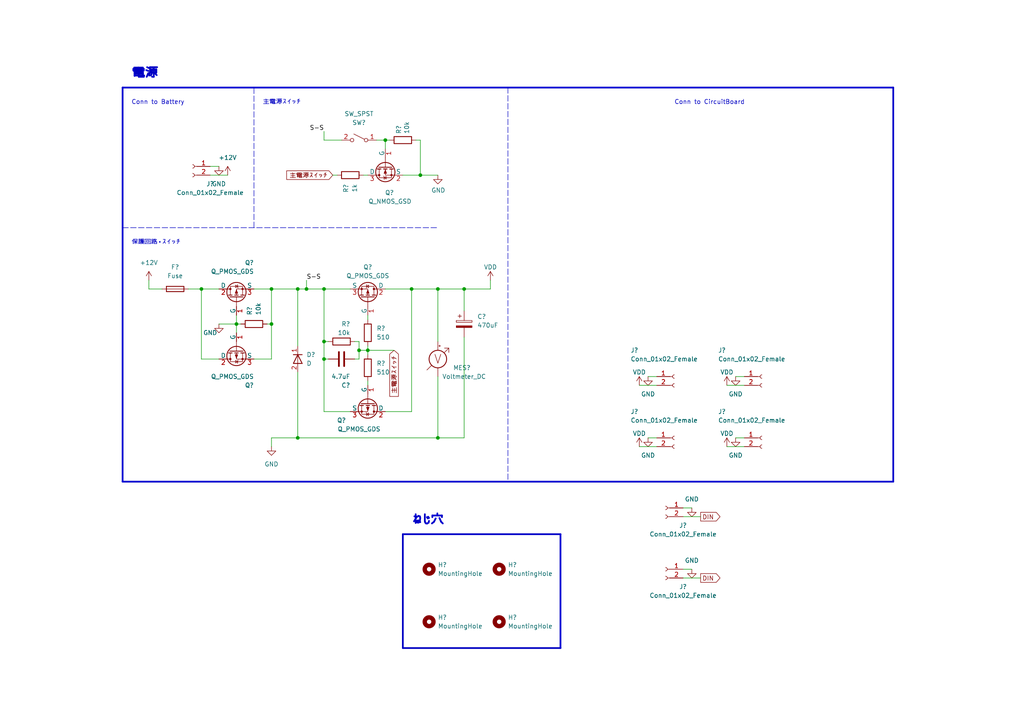
<source format=kicad_sch>
(kicad_sch (version 20211123) (generator eeschema)
  (paper "A4")
  (lib_symbols
    (symbol "Connector:Conn_01x02_Female" (pin_names (offset 1.016) hide)
      (property "Reference" "J" (at 0 2.54 0))
      (property "Value" "Conn_01x02_Female" (at 0 -5.08 0))
      (symbol "Conn_01x02_Female_1_1"
        (arc (start 0 -2.032) (mid -0.508 -2.54) (end 0 -3.048) (stroke (width 0.1524)))
        (polyline (pts (xy -1.27 -2.54) (xy -0.508 -2.54)) (stroke (width 0.1524)))
        (polyline (pts (xy -1.27 0) (xy -0.508 0)) (stroke (width 0.1524)))
        (arc (start 0 0.508) (mid -0.508 0) (end 0 -0.508) (stroke (width 0.1524)))
        (pin passive line (at -5.08 0 0) (length 3.81) (name "Pin_1") (number "1"))
        (pin passive line (at -5.08 -2.54 0) (length 3.81) (name "Pin_2") (number "2"))
      )
    )
    (symbol "DCDC_Regulator:OKL-T{slash}6-W12N-C" (pin_names (offset 1.016))
      (property "Reference" "MD" (at 2.54 -2.54 0))
      (property "Value" "OKL-T{slash}6-W12N-C" (at 0 0 0))
      (symbol "OKL-T{slash}6-W12N-C_0_0"
        (rectangle (start 2.54 -5.08) (end 22.86 -27.94) (stroke (width 0.254)) (fill (type background)))
        (pin bidirectional line (at 0 -12.7 0) (length 2.54) (name "ON/OFF") (number "1"))
        (pin open_collector line (at 25.4 -15.24 180) (length 2.54) (name "PGOOD") (number "10"))
        (pin passive line (at 0 -22.86 0) (length 2.54) (name "3_NC") (number "11"))
        (pin passive line (at 0 -25.4 0) (length 2.54) (name "4_NC") (number "12"))
        (pin bidirectional line (at 0 -7.62 0) (length 2.54) (name "VIN") (number "2"))
        (pin power_in line (at 25.4 -22.86 180) (length 2.54) (name "GND") (number "3"))
        (pin bidirectional line (at 25.4 -7.62 180) (length 2.54) (name "VOUT") (number "4"))
        (pin passive line (at 25.4 -10.16 180) (length 2.54) (name "SENSE") (number "5"))
        (pin passive line (at 25.4 -20.32 180) (length 2.54) (name "TRIM") (number "6"))
        (pin power_in line (at 25.4 -25.4 180) (length 2.54) (name "GND") (number "7"))
        (pin passive line (at 0 -17.78 0) (length 2.54) (name "1_NC") (number "8"))
        (pin passive line (at 0 -20.32 0) (length 2.54) (name "2_NC") (number "9"))
      )
    )
    (symbol "D_3" (pin_names (offset 1.016) hide)
      (property "Reference" "D" (at 0 2.54 0))
      (property "Value" "D_3" (at 0 -2.54 0))
      (symbol "D_3_0_1"
        (polyline (pts (xy -1.27 1.27) (xy -1.27 -1.27)) (stroke (width 0.254)))
        (polyline (pts (xy 1.27 0) (xy -1.27 0)))
        (polyline (pts (xy 1.27 1.27) (xy 1.27 -1.27) (xy -1.27 0) (xy 1.27 1.27)) (stroke (width 0.254)))
      )
      (symbol "D_3_1_1"
        (pin passive line (at -3.81 0 0) (length 2.54) (name "K") (number "1"))
        (pin passive line (at 3.81 0 180) (length 2.54) (name "A") (number "2"))
      )
    )
    (symbol "Device:C" (pin_numbers hide) (pin_names (offset 0.254))
      (property "Reference" "C" (at 0.635 2.54 0))
      (property "Value" "C" (at 0.635 -2.54 0))
      (symbol "C_0_1"
        (polyline (pts (xy -2.032 -0.762) (xy 2.032 -0.762)) (stroke (width 0.508)))
        (polyline (pts (xy -2.032 0.762) (xy 2.032 0.762)) (stroke (width 0.508)))
      )
      (symbol "C_1_1"
        (pin passive line (at 0 3.81 270) (length 2.794) (name "~") (number "1"))
        (pin passive line (at 0 -3.81 90) (length 2.794) (name "~") (number "2"))
      )
    )
    (symbol "Device:C_Polarized" (pin_numbers hide) (pin_names (offset 0.254))
      (property "Reference" "C" (at 0.635 2.54 0))
      (property "Value" "C_Polarized" (at 0.635 -2.54 0))
      (symbol "C_Polarized_0_1"
        (rectangle (start -2.286 0.508) (end 2.286 1.016))
        (polyline (pts (xy -1.778 2.286) (xy -0.762 2.286)))
        (polyline (pts (xy -1.27 2.794) (xy -1.27 1.778)))
        (rectangle (start 2.286 -0.508) (end -2.286 -1.016) (fill (type outline)))
      )
      (symbol "C_Polarized_1_1"
        (pin passive line (at 0 3.81 270) (length 2.794) (name "~") (number "1"))
        (pin passive line (at 0 -3.81 90) (length 2.794) (name "~") (number "2"))
      )
    )
    (symbol "Device:Fuse" (pin_numbers hide) (pin_names (offset 0))
      (property "Reference" "F" (at 2.032 0 90))
      (property "Value" "Fuse" (at -1.905 0 90))
      (symbol "Fuse_0_1"
        (rectangle (start -0.762 -2.54) (end 0.762 2.54) (stroke (width 0.254)))
        (polyline (pts (xy 0 2.54) (xy 0 -2.54)))
      )
      (symbol "Fuse_1_1"
        (pin passive line (at 0 3.81 270) (length 1.27) (name "~") (number "1"))
        (pin passive line (at 0 -3.81 90) (length 1.27) (name "~") (number "2"))
      )
    )
    (symbol "Device:Q_PMOS_GDS" (pin_names (offset 0))
      (property "Reference" "Q" (at 5.08 1.27 0))
      (property "Value" "Q_PMOS_GDS" (at 5.08 -1.27 0))
      (symbol "Q_PMOS_GDS_0_1"
        (polyline (pts (xy 0.254 0) (xy -2.54 0)))
        (polyline (pts (xy 0.254 1.905) (xy 0.254 -1.905)) (stroke (width 0.254)))
        (polyline (pts (xy 0.762 -1.27) (xy 0.762 -2.286)) (stroke (width 0.254)))
        (polyline (pts (xy 0.762 0.508) (xy 0.762 -0.508)) (stroke (width 0.254)))
        (polyline (pts (xy 0.762 2.286) (xy 0.762 1.27)) (stroke (width 0.254)))
        (polyline (pts (xy 2.54 2.54) (xy 2.54 1.778)))
        (polyline (pts (xy 2.54 -2.54) (xy 2.54 0) (xy 0.762 0)))
        (polyline (pts (xy 0.762 1.778) (xy 3.302 1.778) (xy 3.302 -1.778) (xy 0.762 -1.778)))
        (polyline (pts (xy 2.286 0) (xy 1.27 0.381) (xy 1.27 -0.381) (xy 2.286 0)) (fill (type outline)))
        (polyline (pts (xy 2.794 -0.508) (xy 2.921 -0.381) (xy 3.683 -0.381) (xy 3.81 -0.254)))
        (polyline (pts (xy 3.302 -0.381) (xy 2.921 0.254) (xy 3.683 0.254) (xy 3.302 -0.381)))
        (circle (center 1.651 0) (radius 2.794) (stroke (width 0.254)))
        (circle (center 2.54 -1.778) (radius 0.254) (fill (type outline)))
        (circle (center 2.54 1.778) (radius 0.254) (fill (type outline)))
      )
      (symbol "Q_PMOS_GDS_1_1"
        (pin input line (at -5.08 0 0) (length 2.54) (name "G") (number "1"))
        (pin passive line (at 2.54 5.08 270) (length 2.54) (name "D") (number "2"))
        (pin passive line (at 2.54 -5.08 90) (length 2.54) (name "S") (number "3"))
      )
    )
    (symbol "Device:R" (pin_numbers hide) (pin_names (offset 0))
      (property "Reference" "R" (at 2.032 0 90))
      (property "Value" "R" (at 0 0 90))
      (symbol "R_0_1"
        (rectangle (start -1.016 -2.54) (end 1.016 2.54) (stroke (width 0.254)))
      )
      (symbol "R_1_1"
        (pin passive line (at 0 3.81 270) (length 1.27) (name "~") (number "1"))
        (pin passive line (at 0 -3.81 90) (length 1.27) (name "~") (number "2"))
      )
    )
    (symbol "Device:Voltmeter_DC" (pin_numbers hide) (pin_names (offset 0.0254) hide)
      (property "Reference" "MES" (at -3.302 1.016 0))
      (property "Value" "Voltmeter_DC" (at -3.302 -0.762 0))
      (symbol "Voltmeter_DC_0_0"
        (polyline (pts (xy -3.175 -3.175) (xy -1.905 -1.905)))
        (polyline (pts (xy 1.905 1.905) (xy 3.175 3.175)))
        (polyline (pts (xy 1.905 3.175) (xy 3.175 3.175) (xy 3.175 1.905)))
        (text "V" (at 0 0 0) (effects (font (size 2.54 2.54))))
      )
      (symbol "Voltmeter_DC_0_1"
        (polyline (pts (xy 0.254 3.81) (xy 0.762 3.81)))
        (polyline (pts (xy 0.508 4.064) (xy 0.508 3.556)))
        (circle (center 0 0) (radius 2.54) (stroke (width 0.254)))
      )
      (symbol "Voltmeter_DC_1_1"
        (pin passive line (at 0 -5.08 90) (length 2.54) (name "-") (number "1"))
        (pin passive line (at 0 5.08 270) (length 2.54) (name "+") (number "2"))
      )
    )
    (symbol "LED:WS2812B" (pin_names (offset 0.254))
      (property "Reference" "D" (at 5.08 5.715 0))
      (property "Value" "WS2812B" (at 1.27 -5.715 0))
      (symbol "WS2812B_0_0"
        (text "RGB" (at 2.286 -4.191 0) (effects (font (size 0.762 0.762))))
      )
      (symbol "WS2812B_0_1"
        (polyline (pts (xy 1.27 -3.556) (xy 1.778 -3.556)))
        (polyline (pts (xy 1.27 -2.54) (xy 1.778 -2.54)))
        (polyline (pts (xy 4.699 -3.556) (xy 2.667 -3.556)))
        (polyline (pts (xy 2.286 -2.54) (xy 1.27 -3.556) (xy 1.27 -3.048)))
        (polyline (pts (xy 2.286 -1.524) (xy 1.27 -2.54) (xy 1.27 -2.032)))
        (polyline (pts (xy 3.683 -1.016) (xy 3.683 -3.556) (xy 3.683 -4.064)))
        (polyline (pts (xy 4.699 -1.524) (xy 2.667 -1.524) (xy 3.683 -3.556) (xy 4.699 -1.524)))
        (rectangle (start 5.08 5.08) (end -5.08 -5.08) (stroke (width 0.254)) (fill (type background)))
      )
      (symbol "WS2812B_1_1"
        (pin power_in line (at 0 7.62 270) (length 2.54) (name "VDD") (number "1"))
        (pin output line (at 7.62 0 180) (length 2.54) (name "DOUT") (number "2"))
        (pin power_in line (at 0 -7.62 90) (length 2.54) (name "VSS") (number "3"))
        (pin input line (at -7.62 0 0) (length 2.54) (name "DIN") (number "4"))
      )
    )
    (symbol "Mechanical:MountingHole" (pin_names (offset 1.016))
      (property "Reference" "H" (at 0 5.08 0))
      (property "Value" "MountingHole" (at 0 3.175 0))
      (symbol "MountingHole_0_1"
        (circle (center 0 0) (radius 1.27) (stroke (width 1.27)))
      )
    )
    (symbol "Mechanical:MountingHole_Pad" (pin_numbers hide) (pin_names (offset 1.016) hide)
      (property "Reference" "H" (at 0 6.35 0))
      (property "Value" "MountingHole_Pad" (at 0 4.445 0))
      (symbol "MountingHole_Pad_0_1"
        (circle (center 0 1.27) (radius 1.27) (stroke (width 1.27)))
      )
      (symbol "MountingHole_Pad_1_1"
        (pin input line (at 0 -2.54 90) (length 2.54) (name "1") (number "1"))
      )
    )
    (symbol "Q_NMOS_GSD_1" (pin_names (offset 0))
      (property "Reference" "Q" (at 5.08 1.27 0))
      (property "Value" "Q_NMOS_GSD_1" (at 5.08 -1.27 0))
      (symbol "Q_NMOS_GSD_1_0_1"
        (polyline (pts (xy 0.254 0) (xy -2.54 0)))
        (polyline (pts (xy 0.254 1.905) (xy 0.254 -1.905)) (stroke (width 0.254)))
        (polyline (pts (xy 0.762 -1.27) (xy 0.762 -2.286)) (stroke (width 0.254)))
        (polyline (pts (xy 0.762 0.508) (xy 0.762 -0.508)) (stroke (width 0.254)))
        (polyline (pts (xy 0.762 2.286) (xy 0.762 1.27)) (stroke (width 0.254)))
        (polyline (pts (xy 2.54 2.54) (xy 2.54 1.778)))
        (polyline (pts (xy 2.54 -2.54) (xy 2.54 0) (xy 0.762 0)))
        (polyline (pts (xy 0.762 -1.778) (xy 3.302 -1.778) (xy 3.302 1.778) (xy 0.762 1.778)))
        (polyline (pts (xy 1.016 0) (xy 2.032 0.381) (xy 2.032 -0.381) (xy 1.016 0)) (fill (type outline)))
        (polyline (pts (xy 2.794 0.508) (xy 2.921 0.381) (xy 3.683 0.381) (xy 3.81 0.254)))
        (polyline (pts (xy 3.302 0.381) (xy 2.921 -0.254) (xy 3.683 -0.254) (xy 3.302 0.381)))
        (circle (center 1.651 0) (radius 2.794) (stroke (width 0.254)))
        (circle (center 2.54 -1.778) (radius 0.254) (fill (type outline)))
        (circle (center 2.54 1.778) (radius 0.254) (fill (type outline)))
      )
      (symbol "Q_NMOS_GSD_1_1_1"
        (pin input line (at -5.08 0 0) (length 2.54) (name "G") (number "1"))
        (pin passive line (at 2.54 -5.08 90) (length 2.54) (name "S") (number "2"))
        (pin passive line (at 2.54 5.08 270) (length 2.54) (name "D") (number "3"))
      )
    )
    (symbol "Switch:SW_SPDT" (pin_names (offset 0) hide)
      (property "Reference" "SW" (at 0 4.318 0))
      (property "Value" "SW_SPDT" (at 0 -5.08 0))
      (symbol "SW_SPDT_0_0"
        (circle (center -2.032 0) (radius 0.508))
        (circle (center 2.032 -2.54) (radius 0.508))
      )
      (symbol "SW_SPDT_0_1"
        (polyline (pts (xy -1.524 0.254) (xy 1.651 2.286)))
        (circle (center 2.032 2.54) (radius 0.508))
      )
      (symbol "SW_SPDT_1_1"
        (pin passive line (at 5.08 2.54 180) (length 2.54) (name "A") (number "1"))
        (pin passive line (at -5.08 0 0) (length 2.54) (name "B") (number "2"))
        (pin passive line (at 5.08 -2.54 180) (length 2.54) (name "C") (number "3"))
      )
    )
    (symbol "Switch:SW_SPST" (pin_names (offset 0) hide)
      (property "Reference" "SW" (at 0 3.175 0))
      (property "Value" "SW_SPST" (at 0 -2.54 0))
      (symbol "SW_SPST_0_0"
        (circle (center -2.032 0) (radius 0.508))
        (polyline (pts (xy -1.524 0.254) (xy 1.524 1.778)))
        (circle (center 2.032 0) (radius 0.508))
      )
      (symbol "SW_SPST_1_1"
        (pin passive line (at -5.08 0 0) (length 2.54) (name "A") (number "1"))
        (pin passive line (at 5.08 0 180) (length 2.54) (name "B") (number "2"))
      )
    )
    (symbol "power:+12V" (power) (pin_names (offset 0))
      (property "Value" "+12V" (at 0 3.556 0))
      (symbol "+12V_0_1"
        (polyline (pts (xy -0.762 1.27) (xy 0 2.54)))
        (polyline (pts (xy 0 0) (xy 0 2.54)))
        (polyline (pts (xy 0 2.54) (xy 0.762 1.27)))
      )
      (symbol "+12V_1_1"
        (pin power_in line (at 0 0 90) (length 0) hide (name "+12V") (number "1"))
      )
    )
    (symbol "power:+5V" (power) (pin_names (offset 0))
      (property "Value" "+5V" (at 0 3.556 0))
      (symbol "+5V_0_1"
        (polyline (pts (xy -0.762 1.27) (xy 0 2.54)))
        (polyline (pts (xy 0 0) (xy 0 2.54)))
        (polyline (pts (xy 0 2.54) (xy 0.762 1.27)))
      )
      (symbol "+5V_1_1"
        (pin power_in line (at 0 0 90) (length 0) hide (name "+5V") (number "1"))
      )
    )
    (symbol "power:GND" (power) (pin_names (offset 0))
      (property "Value" "GND" (at 0 -3.81 0))
      (symbol "GND_0_1"
        (polyline (pts (xy 0 0) (xy 0 -1.27) (xy 1.27 -1.27) (xy 0 -2.54) (xy -1.27 -1.27) (xy 0 -1.27)))
      )
      (symbol "GND_1_1"
        (pin power_in line (at 0 0 270) (length 0) hide (name "GND") (number "1"))
      )
    )
    (symbol "power:VDD" (power) (pin_names (offset 0))
      (property "Value" "VDD" (at 0 3.81 0))
      (symbol "VDD_0_1"
        (polyline (pts (xy -0.762 1.27) (xy 0 2.54)))
        (polyline (pts (xy 0 0) (xy 0 2.54)))
        (polyline (pts (xy 0 2.54) (xy 0.762 1.27)))
      )
      (symbol "VDD_1_1"
        (pin power_in line (at 0 0 90) (length 0) hide (name "VDD") (number "1"))
      )
    )
  )
  (junction (at 78.74 93.98))
  (junction (at 427.99 88.9))
  (junction (at 127 127))
  (junction (at 368.3 88.9))
  (junction (at 86.36 127))
  (junction (at 441.96 63.5))
  (junction (at 134.62 83.82))
  (junction (at 386.08 68.58))
  (junction (at 104.14 101.6))
  (junction (at 416.56 81.28))
  (junction (at 127 83.82))
  (junction (at 434.34 88.9))
  (junction (at 416.56 63.5))
  (junction (at 106.68 101.6))
  (junction (at 93.98 83.82))
  (junction (at 119.38 83.82))
  (junction (at 424.18 63.5))
  (junction (at 368.3 63.5))
  (junction (at 375.92 63.5))
  (junction (at 86.36 83.82))
  (junction (at 68.58 93.98))
  (junction (at 416.56 88.9))
  (junction (at 58.42 83.82))
  (junction (at 88.9 83.82))
  (junction (at 388.62 63.5))
  (junction (at 434.34 63.5))
  (junction (at 93.98 99.06))
  (junction (at 78.74 83.82))
  (junction (at 419.1 63.5))
  (junction (at 121.92 50.8))
  (junction (at 93.98 104.14))
  (junction (at 111.76 40.64))
  (junction (at 383.54 88.9))
  (no_connect (at 391.16 76.2))
  (no_connect (at 391.16 73.66))
  (no_connect (at 391.16 81.28))
  (no_connect (at 391.16 78.74))
  (no_connect (at 381 73.66))
  (wire (pts (xy 134.62 127) (xy 127 127)))
  (wire (pts (xy 86.36 107.95) (xy 86.36 127)))
  (wire (pts (xy 363.22 88.9) (xy 363.22 91.44)))
  (wire (pts (xy 416.56 81.28) (xy 416.56 88.9)))
  (wire (pts (xy 111.76 83.82) (xy 119.38 83.82)))
  (wire (pts (xy 474.98 114.3) (xy 477.52 114.3)))
  (wire (pts (xy 119.38 83.82) (xy 127 83.82)))
  (wire (pts (xy 111.76 40.64) (xy 113.03 40.64)))
  (wire (pts (xy 383.54 83.82) (xy 383.54 88.9)))
  (wire (pts (xy 434.34 80.01) (xy 434.34 88.9)))
  (wire (pts (xy 58.42 83.82) (xy 58.42 104.14)))
  (polyline (pts (xy 353.06 38.1) (xy 353.06 139.7)))
  (wire (pts (xy 375.92 63.5) (xy 388.62 63.5)))
  (wire (pts (xy 43.18 83.82) (xy 46.99 83.82)))
  (wire (pts (xy 416.56 63.5) (xy 419.1 63.5)))
  (wire (pts (xy 111.76 119.38) (xy 119.38 119.38)))
  (wire (pts (xy 411.48 121.92) (xy 414.02 121.92)))
  (wire (pts (xy 330.2 124.46) (xy 335.28 124.46)))
  (wire (pts (xy 198.12 165.1) (xy 200.66 165.1)))
  (wire (pts (xy 120.65 40.64) (xy 121.92 40.64)))
  (wire (pts (xy 393.7 121.92) (xy 396.24 121.92)))
  (wire (pts (xy 419.1 53.34) (xy 419.1 63.5)))
  (wire (pts (xy 441.96 63.5) (xy 447.04 63.5)))
  (wire (pts (xy 105.41 50.8) (xy 106.68 50.8)))
  (wire (pts (xy 104.14 101.6) (xy 106.68 101.6)))
  (wire (pts (xy 190.5 109.22) (xy 187.96 109.22)))
  (wire (pts (xy 43.18 81.28) (xy 43.18 83.82)))
  (wire (pts (xy 474.98 99.06) (xy 477.52 99.06)))
  (wire (pts (xy 78.74 83.82) (xy 86.36 83.82)))
  (wire (pts (xy 386.08 68.58) (xy 391.16 68.58)))
  (wire (pts (xy 215.9 111.76) (xy 210.82 111.76)))
  (wire (pts (xy 93.98 83.82) (xy 93.98 99.06)))
  (wire (pts (xy 474.98 86.36) (xy 477.52 86.36)))
  (wire (pts (xy 434.34 88.9) (xy 441.96 88.9)))
  (wire (pts (xy 86.36 127) (xy 127 127)))
  (wire (pts (xy 88.9 83.82) (xy 93.98 83.82)))
  (polyline (pts (xy 35.56 139.7) (xy 259.08 139.7)) (stroke (width 0.5) (type solid)))
  (wire (pts (xy 330.2 104.14) (xy 332.74 104.14)))
  (wire (pts (xy 134.62 97.79) (xy 134.62 127)))
  (wire (pts (xy 73.66 83.82) (xy 78.74 83.82)))
  (wire (pts (xy 104.14 104.14) (xy 102.87 104.14)))
  (wire (pts (xy 109.22 40.64) (xy 111.76 40.64)))
  (wire (pts (xy 88.9 81.28) (xy 88.9 83.82)))
  (wire (pts (xy 190.5 129.54) (xy 185.42 129.54)))
  (wire (pts (xy 368.3 63.5) (xy 375.92 63.5)))
  (wire (pts (xy 68.58 93.98) (xy 68.58 96.52)))
  (wire (pts (xy 106.68 110.49) (xy 106.68 111.76)))
  (wire (pts (xy 388.62 53.34) (xy 388.62 63.5)))
  (wire (pts (xy 416.56 88.9) (xy 427.99 88.9)))
  (polyline (pts (xy 116.84 154.94) (xy 116.84 187.96)) (stroke (width 0.5) (type solid)))
  (wire (pts (xy 434.34 63.5) (xy 441.96 63.5)))
  (wire (pts (xy 121.92 50.8) (xy 127 50.8)))
  (wire (pts (xy 363.22 63.5) (xy 368.3 63.5)))
  (wire (pts (xy 106.68 100.33) (xy 106.68 101.6)))
  (wire (pts (xy 419.1 63.5) (xy 424.18 63.5)))
  (wire (pts (xy 68.58 93.98) (xy 69.85 93.98)))
  (wire (pts (xy 93.98 104.14) (xy 95.25 104.14)))
  (wire (pts (xy 93.98 104.14) (xy 93.98 119.38)))
  (polyline (pts (xy 162.56 187.96) (xy 162.56 154.94)) (stroke (width 0.5) (type solid)))
  (wire (pts (xy 104.14 99.06) (xy 104.14 101.6)))
  (wire (pts (xy 384.81 68.58) (xy 386.08 68.58)))
  (wire (pts (xy 363.22 60.96) (xy 363.22 63.5)))
  (wire (pts (xy 330.2 55.88) (xy 335.28 55.88)))
  (wire (pts (xy 427.99 88.9) (xy 434.34 88.9)))
  (wire (pts (xy 427.99 86.36) (xy 427.99 88.9)))
  (wire (pts (xy 447.04 60.96) (xy 447.04 63.5)))
  (polyline (pts (xy 35.56 66.04) (xy 83.82 66.04)))
  (wire (pts (xy 330.2 73.66) (xy 335.28 73.66)))
  (wire (pts (xy 198.12 147.32) (xy 200.66 147.32)))
  (wire (pts (xy 104.14 101.6) (xy 104.14 104.14)))
  (wire (pts (xy 86.36 83.82) (xy 86.36 100.33)))
  (wire (pts (xy 368.3 80.01) (xy 368.3 88.9)))
  (wire (pts (xy 377.19 68.58) (xy 375.92 68.58)))
  (wire (pts (xy 416.56 76.2) (xy 420.37 76.2)))
  (polyline (pts (xy 353.06 101.6) (xy 454.66 101.6)))
  (wire (pts (xy 368.3 88.9) (xy 383.54 88.9)))
  (wire (pts (xy 416.56 63.5) (xy 416.56 66.04)))
  (polyline (pts (xy 73.66 66.04) (xy 73.66 25.4)))
  (wire (pts (xy 93.98 99.06) (xy 93.98 104.14)))
  (wire (pts (xy 106.68 91.44) (xy 106.68 92.71)))
  (polyline (pts (xy 505.46 139.7) (xy 505.46 38.1)) (stroke (width 0.5) (type solid)))
  (wire (pts (xy 375.92 68.58) (xy 375.92 63.5)))
  (wire (pts (xy 474.98 73.66) (xy 477.52 73.66)))
  (wire (pts (xy 78.74 127) (xy 86.36 127)))
  (wire (pts (xy 420.37 81.28) (xy 420.37 86.36)))
  (wire (pts (xy 78.74 93.98) (xy 78.74 104.14)))
  (wire (pts (xy 93.98 40.64) (xy 99.06 40.64)))
  (wire (pts (xy 63.5 93.98) (xy 68.58 93.98)))
  (wire (pts (xy 68.58 91.44) (xy 68.58 93.98)))
  (wire (pts (xy 215.9 109.22) (xy 213.36 109.22)))
  (wire (pts (xy 424.18 63.5) (xy 434.34 63.5)))
  (wire (pts (xy 441.96 63.5) (xy 441.96 72.39)))
  (wire (pts (xy 116.84 50.8) (xy 121.92 50.8)))
  (wire (pts (xy 403.86 111.76) (xy 403.86 114.3)))
  (wire (pts (xy 101.6 119.38) (xy 93.98 119.38)))
  (polyline (pts (xy 147.32 25.4) (xy 147.32 139.7)))
  (wire (pts (xy 96.52 50.8) (xy 97.79 50.8)))
  (wire (pts (xy 330.2 71.12) (xy 332.74 71.12)))
  (wire (pts (xy 215.9 127) (xy 213.36 127)))
  (wire (pts (xy 78.74 127) (xy 78.74 129.54)))
  (wire (pts (xy 434.34 72.39) (xy 434.34 63.5)))
  (wire (pts (xy 93.98 99.06) (xy 95.25 99.06)))
  (wire (pts (xy 102.87 99.06) (xy 104.14 99.06)))
  (wire (pts (xy 363.22 88.9) (xy 368.3 88.9)))
  (wire (pts (xy 54.61 83.82) (xy 58.42 83.82)))
  (wire (pts (xy 330.2 53.34) (xy 332.74 53.34)))
  (wire (pts (xy 78.74 104.14) (xy 73.66 104.14)))
  (wire (pts (xy 58.42 83.82) (xy 63.5 83.82)))
  (wire (pts (xy 134.62 83.82) (xy 134.62 90.17)))
  (wire (pts (xy 78.74 83.82) (xy 78.74 93.98)))
  (polyline (pts (xy 259.08 139.7) (xy 259.08 25.4)) (stroke (width 0.5) (type solid)))
  (polyline (pts (xy 309.88 88.9) (xy 353.06 88.9)))
  (wire (pts (xy 190.5 111.76) (xy 185.42 111.76)))
  (wire (pts (xy 77.47 93.98) (xy 78.74 93.98)))
  (wire (pts (xy 111.76 43.18) (xy 111.76 40.64)))
  (wire (pts (xy 400.05 53.34) (xy 388.62 53.34)))
  (wire (pts (xy 93.98 83.82) (xy 101.6 83.82)))
  (wire (pts (xy 58.42 104.14) (xy 63.5 104.14)))
  (polyline (pts (xy 309.88 38.1) (xy 505.46 38.1)) (stroke (width 0.5) (type solid)))
  (wire (pts (xy 60.96 50.8) (xy 66.04 50.8)))
  (wire (pts (xy 198.12 149.86) (xy 203.2 149.86)))
  (polyline (pts (xy 116.84 154.94) (xy 162.56 154.94)) (stroke (width 0.5) (type solid)))
  (wire (pts (xy 198.12 167.64) (xy 203.2 167.64)))
  (wire (pts (xy 419.1 53.34) (xy 407.67 53.34)))
  (wire (pts (xy 368.3 63.5) (xy 368.3 72.39)))
  (polyline (pts (xy 35.56 25.4) (xy 259.08 25.4)) (stroke (width 0.5) (type solid)))
  (wire (pts (xy 388.62 63.5) (xy 391.16 63.5)))
  (wire (pts (xy 386.08 68.58) (xy 386.08 73.66)))
  (wire (pts (xy 190.5 127) (xy 187.96 127)))
  (polyline (pts (xy 83.82 66.04) (xy 127 66.04)))
  (wire (pts (xy 60.96 48.26) (xy 63.5 48.26)))
  (wire (pts (xy 441.96 80.01) (xy 441.96 88.9)))
  (wire (pts (xy 106.68 101.6) (xy 114.3 101.6)))
  (wire (pts (xy 215.9 129.54) (xy 210.82 129.54)))
  (wire (pts (xy 93.98 38.1) (xy 93.98 40.64)))
  (wire (pts (xy 127 83.82) (xy 127 99.06)))
  (wire (pts (xy 121.92 50.8) (xy 121.92 40.64)))
  (polyline (pts (xy 454.66 38.1) (xy 454.66 139.7)))
  (wire (pts (xy 427.99 76.2) (xy 427.99 81.28)))
  (wire (pts (xy 127 83.82) (xy 134.62 83.82)))
  (wire (pts (xy 127 109.22) (xy 127 127)))
  (wire (pts (xy 86.36 83.82) (xy 88.9 83.82)))
  (wire (pts (xy 416.56 71.12) (xy 424.18 71.12)))
  (wire (pts (xy 330.2 121.92) (xy 332.74 121.92)))
  (polyline (pts (xy 116.84 187.96) (xy 162.56 187.96)) (stroke (width 0.5) (type solid)))
  (wire (pts (xy 330.2 106.68) (xy 335.28 106.68)))
  (wire (pts (xy 119.38 119.38) (xy 119.38 83.82)))
  (wire (pts (xy 383.54 88.9) (xy 416.56 88.9)))
  (polyline (pts (xy 309.88 38.1) (xy 309.88 139.7)) (stroke (width 0.5) (type solid)))
  (wire (pts (xy 142.24 81.28) (xy 142.24 83.82)))
  (wire (pts (xy 106.68 101.6) (xy 106.68 102.87)))
  (wire (pts (xy 416.56 78.74) (xy 416.56 81.28)))
  (polyline (pts (xy 35.56 25.4) (xy 35.56 139.7)) (stroke (width 0.5) (type solid)))
  (wire (pts (xy 403.86 129.54) (xy 403.86 132.08)))
  (polyline (pts (xy 309.88 139.7) (xy 505.46 139.7)) (stroke (width 0.5) (type solid)))
  (wire (pts (xy 134.62 83.82) (xy 142.24 83.82)))
  (text "Conn to CircuitBoard" (at 195.58 30.48 0) (effects (font (size 1.27 1.27)) (justify left bottom)))
  (text "Conn to Battery" (at 38.1 30.48 0) (effects (font (size 1.27 1.27)) (justify left bottom)))
  (text "Signal Conn" (at 312.42 93.98 0) (effects (font (size 1.27 1.27)) (justify left bottom)))
  (text "Conn to Display" (at 457.2 43.18 0) (effects (font (size 1.27 1.27)) (justify left bottom)))
  (text "保護回路・スイッチ" (at 38.1 71.12 0) (effects (font (size 1.27 1.27)) (justify left bottom)))
  (text "Board LED" (at 355.6 106.68 0) (effects (font (size 1.27 1.27)) (justify left bottom)))
  (text "主電源スイッチ" (at 76.2 30.48 0) (effects (font (size 1.27 1.27)) (justify left bottom)))
  (text "電源" (at 38.1 22.86 0) (effects (font (size 2.54 2.54) bold) (justify left bottom)))
  (text "ねじ穴" (at 119.38 152.4 0) (effects (font (size 2.54 2.54) (thickness 0.508) bold) (justify left bottom)))
  (text "5V生成" (at 355.6 43.18 0) (effects (font (size 1.27 1.27)) (justify left bottom)))
  (text "Power Conn" (at 312.42 43.18 0) (effects (font (size 1.27 1.27)) (justify left bottom)))
  (label "S-S" (at 88.9 81.28 0))
  (label "S-S" (at 93.98 38.1 180))
  (global_label "DOUT" (shape input) (at 335.28 124.46 0) (property "Intersheet References" "${INTERSHEET_REFS}" (effects hide)))
  (global_label "DIN" (shape output) (at 335.28 106.68 0) (property "Intersheet References" "${INTERSHEET_REFS}" (effects hide)))
  (global_label "LED_Board" (shape output) (at 474.98 73.66 180) (property "Intersheet References" "${INTERSHEET_REFS}" (effects hide)))
  (global_label "DOUT" (shape output) (at 393.7 121.92 180) (property "Intersheet References" "${INTERSHEET_REFS}" (effects hide)))
  (global_label "DIN" (shape output) (at 203.2 149.86 0) (property "Intersheet References" "${INTERSHEET_REFS}" (effects hide)))
  (global_label "DIN" (shape output) (at 203.2 167.64 0) (property "Intersheet References" "${INTERSHEET_REFS}" (effects hide)))
  (global_label "DIN" (shape input) (at 474.98 114.3 180) (property "Intersheet References" "${INTERSHEET_REFS}" (effects hide)))
  (global_label "主電源スイッチ" (shape input) (at 96.52 50.8 180) (property "Intersheet References" "${INTERSHEET_REFS}" (effects hide)))
  (global_label "LED_Board" (shape input) (at 414.02 121.92 0) (property "Intersheet References" "${INTERSHEET_REFS}" (effects hide)))
  (global_label "主電源スイッチ" (shape input) (at 114.3 101.6 270) (property "Intersheet References" "${INTERSHEET_REFS}" (effects hide)))
  (symbol (lib_id "Mechanical:MountingHole") (at 124.46 165.1 0) (unit 1)
    (property "Reference" "H?" (at 127 163.8299 0) (effects (justify left)))
    (property "Value" "MountingHole" (at 127 166.3699 0) (effects (justify left)))
    (property "Footprint" "MountingHole:MountingHole_3.2mm_M3" (effects hide))
  )
  (symbol (lib_id "Device:R") (at 424.18 76.2 90) (unit 1)
    (property "Reference" "R?" (at 424.18 76.2 90))
    (property "Value" "1k" (at 430.53 76.2 90))
    (property "Footprint" "Resistor_SMD:R_0603_1608Metric_Pad0.98x0.95mm_HandSolder" (effects hide))
  )
  (symbol (lib_id "power:VDD") (at 210.82 111.76 0) (mirror y) (unit 1)
    (property "Reference" "#PWR?" (effects hide))
    (property "Value" "VDD" (at 210.82 107.95 0))
  )
  (symbol (lib_id "Connector:Conn_01x02_Female") (at 195.58 109.22 0) (unit 1)
    (property "Reference" "J?" (at 182.88 101.6 0) (effects (justify left)))
    (property "Value" "Conn_01x02_Female" (at 182.88 104.14 0) (effects (justify left)))
    (property "Footprint" "Connector_AMASS:AMASS_XT30PW-M_1x02_P2.50mm_Horizontal" (effects hide))
  )
  (symbol (lib_id "Connector:Conn_01x02_Female") (at 220.98 127 0) (unit 1)
    (property "Reference" "J?" (at 208.28 119.38 0) (effects (justify left)))
    (property "Value" "Conn_01x02_Female" (at 208.28 121.92 0) (effects (justify left)))
    (property "Footprint" "Connector_AMASS:AMASS_XT30PW-M_1x02_P2.50mm_Horizontal" (effects hide))
  )
  (symbol (lib_id "Device:R") (at 101.6 50.8 270) (mirror x) (unit 1)
    (property "Reference" "R?" (at 100.3299 53.34 0) (effects (justify right)))
    (property "Value" "1k" (at 102.8699 53.34 0) (effects (justify right)))
    (property "Footprint" "Resistor_SMD:R_0603_1608Metric_Pad0.98x0.95mm_HandSolder" (effects hide))
  )
  (symbol (lib_name "Q_NMOS_GSD_1") (lib_id "Device:Q_NMOS_GSD") (at 111.76 48.26 90) (mirror x) (unit 1)
    (property "Reference" "Q?" (at 114.3 55.88 90) (effects (justify left)))
    (property "Value" "Q_NMOS_GSD" (at 119.38 58.42 90) (effects (justify left)))
    (property "Footprint" "Package_TO_SOT_SMD:SOT-23_Handsoldering" (effects hide))
  )
  (symbol (lib_id "Device:R") (at 424.18 67.31 180) (unit 1)
    (property "Reference" "R?" (at 426.72 66.0399 0) (effects (justify right)))
    (property "Value" "100k" (at 426.72 68.5799 0) (effects (justify right)))
    (property "Footprint" "Resistor_SMD:R_0603_1608Metric_Pad0.98x0.95mm_HandSolder" (effects hide))
  )
  (symbol (lib_id "power:+5V") (at 403.86 111.76 0) (unit 1)
    (property "Reference" "#PWR?" (effects hide))
    (property "Value" "+5V" (at 401.32 109.22 0))
  )
  (symbol (lib_id "power:GND") (at 78.74 129.54 0) (unit 1)
    (property "Reference" "#PWR?" (effects hide))
    (property "Value" "GND" (at 78.74 134.62 0))
  )
  (symbol (lib_id "Device:R") (at 441.96 76.2 180) (unit 1)
    (property "Reference" "R?" (at 444.5 74.9299 0) (effects (justify right)))
    (property "Value" "1.2k" (at 444.5 77.4699 0) (effects (justify right)))
    (property "Footprint" "Resistor_SMD:R_0603_1608Metric_Pad0.98x0.95mm_HandSolder" (effects hide))
  )
  (symbol (lib_id "Connector:Conn_01x02_Female") (at 195.58 127 0) (unit 1)
    (property "Reference" "J?" (at 182.88 119.38 0) (effects (justify left)))
    (property "Value" "Conn_01x02_Female" (at 182.88 121.92 0) (effects (justify left)))
    (property "Footprint" "Connector_AMASS:AMASS_XT30PW-M_1x02_P2.50mm_Horizontal" (effects hide))
  )
  (symbol (lib_id "Switch:SW_SPDT") (at 383.54 78.74 270) (mirror x) (unit 1)
    (property "Reference" "SW?" (at 373.38 78.74 90) (effects (justify left)))
    (property "Value" "SW_SPDT" (at 373.38 81.28 90) (effects (justify left)))
    (property "Footprint" "Slide_Switch:3P_SPDT_SlideSwitch" (effects hide))
  )
  (symbol (lib_id "power:GND") (at 187.96 127 0) (mirror y) (unit 1)
    (property "Reference" "#PWR?" (effects hide))
    (property "Value" "GND" (at 187.96 132.08 0))
  )
  (symbol (lib_id "power:GND") (at 332.74 53.34 0) (unit 1)
    (property "Reference" "#PWR?" (effects hide))
    (property "Value" "GND" (at 332.74 50.8 0))
  )
  (symbol (lib_id "Device:R") (at 99.06 99.06 90) (unit 1)
    (property "Reference" "R?" (at 101.6 93.98 90) (effects (justify left)))
    (property "Value" "10k" (at 101.6 96.52 90) (effects (justify left)))
    (property "Footprint" "Resistor_SMD:R_0603_1608Metric_Pad0.98x0.95mm_HandSolder" (effects hide))
  )
  (symbol (lib_id "power:GND") (at 213.36 127 0) (mirror y) (unit 1)
    (property "Reference" "#PWR?" (effects hide))
    (property "Value" "GND" (at 213.36 132.08 0))
  )
  (symbol (lib_id "Device:R") (at 381 68.58 90) (unit 1)
    (property "Reference" "R?" (at 381 62.23 90))
    (property "Value" "10k" (at 381 64.77 90))
    (property "Footprint" "Resistor_SMD:R_0603_1608Metric_Pad0.98x0.95mm_HandSolder" (effects hide))
  )
  (symbol (lib_id "power:+5V") (at 447.04 60.96 0) (unit 1)
    (property "Reference" "#PWR?" (effects hide))
    (property "Value" "+5V" (at 447.04 55.88 0))
  )
  (symbol (lib_id "Device:C_Polarized") (at 134.62 93.98 0) (unit 1)
    (property "Reference" "C?" (at 138.43 91.8209 0) (effects (justify left)))
    (property "Value" "470uF" (at 138.43 94.3609 0) (effects (justify left)))
    (property "Footprint" "Capacitor_SMD:C_Elec_8x10.2" (effects hide))
  )
  (symbol (lib_id "Switch:SW_SPST") (at 104.14 40.64 0) (mirror y) (unit 1)
    (property "Reference" "SW?" (at 104.14 35.56 0))
    (property "Value" "SW_SPST" (at 104.14 33.02 0))
    (property "Footprint" "Rocker_Switch:DS-850K-S-ON" (effects hide))
  )
  (symbol (lib_id "Device:R") (at 116.84 40.64 90) (unit 1)
    (property "Reference" "R?" (at 115.6716 38.862 0) (effects (justify left)))
    (property "Value" "10k" (at 117.983 38.862 0) (effects (justify left)))
    (property "Footprint" "Resistor_SMD:R_0603_1608Metric_Pad0.98x0.95mm_HandSolder" (effects hide))
  )
  (symbol (lib_id "power:+12V") (at 363.22 60.96 0) (unit 1)
    (property "Reference" "#PWR?" (effects hide))
    (property "Value" "+12V" (at 365.76 58.42 0))
  )
  (symbol (lib_id "power:GND") (at 332.74 121.92 0) (unit 1)
    (property "Reference" "#PWR?" (effects hide))
    (property "Value" "GND" (at 332.74 119.38 0))
  )
  (symbol (lib_id "power:GND") (at 363.22 91.44 0) (unit 1)
    (property "Reference" "#PWR?" (effects hide))
    (property "Value" "GND" (at 363.22 96.52 0))
  )
  (symbol (lib_name "D_3") (lib_id "Device:D") (at 86.36 104.14 270) (unit 1)
    (property "Reference" "D?" (at 88.9 102.8699 90) (effects (justify left)))
    (property "Value" "D" (at 88.9 105.4099 90) (effects (justify left)))
    (property "Footprint" "Diode_SMD:D_SOD-123" (effects hide))
  )
  (symbol (lib_id "Mechanical:MountingHole_Pad") (at 480.06 86.36 270) (unit 1)
    (property "Reference" "H?" (at 483.87 85.0899 90) (effects (justify left)))
    (property "Value" "MountingHole_Pad" (at 483.87 87.6299 90) (effects (justify left)))
    (property "Footprint" "TestPoint:TestPoint_THTPad_D3.0mm_Drill1.5mm" (effects hide))
  )
  (symbol (lib_id "Device:Q_PMOS_GDS") (at 106.68 86.36 270) (mirror x) (unit 1)
    (property "Reference" "Q?" (at 106.68 77.47 90))
    (property "Value" "Q_PMOS_GDS" (at 106.68 80.01 90))
    (property "Footprint" "Package_TO_SOT_SMD:TO-252-3_TabPin2" (effects hide))
  )
  (symbol (lib_id "Mechanical:MountingHole") (at 144.78 180.34 0) (unit 1)
    (property "Reference" "H?" (at 147.32 179.0699 0) (effects (justify left)))
    (property "Value" "MountingHole" (at 147.32 181.6099 0) (effects (justify left)))
    (property "Footprint" "MountingHole:MountingHole_3.2mm_M3" (effects hide))
  )
  (symbol (lib_id "power:VDD") (at 142.24 81.28 0) (unit 1)
    (property "Reference" "#PWR?" (effects hide))
    (property "Value" "VDD" (at 142.24 77.47 0))
  )
  (symbol (lib_id "Connector:Conn_01x02_Female") (at 193.04 165.1 0) (mirror y) (unit 1)
    (property "Reference" "J?" (at 198.12 170.18 0))
    (property "Value" "Conn_01x02_Female" (at 198.12 172.72 0))
    (property "Footprint" "Connector_Molex:Molex_SPOX_5268-02A_1x02_P2.50mm_Horizontal" (effects hide))
  )
  (symbol (lib_id "power:GND") (at 403.86 132.08 0) (unit 1)
    (property "Reference" "#PWR?" (effects hide))
    (property "Value" "GND" (at 401.32 132.08 0))
  )
  (symbol (lib_id "Device:Q_PMOS_GDS") (at 68.58 101.6 90) (mirror x) (unit 1)
    (property "Reference" "Q?" (at 73.66 111.76 90) (effects (justify left)))
    (property "Value" "Q_PMOS_GDS" (at 73.66 109.22 90) (effects (justify left)))
    (property "Footprint" "Package_TO_SOT_SMD:TO-252-3_TabPin2" (effects hide))
  )
  (symbol (lib_id "Device:R") (at 424.18 86.36 90) (unit 1)
    (property "Reference" "R?" (at 424.18 86.36 90))
    (property "Value" "10" (at 430.53 86.36 90))
    (property "Footprint" "Resistor_SMD:R_0603_1608Metric_Pad0.98x0.95mm_HandSolder" (effects hide))
  )
  (symbol (lib_id "Device:Q_PMOS_GDS") (at 68.58 86.36 90) (unit 1)
    (property "Reference" "Q?" (at 73.66 76.2 90) (effects (justify left)))
    (property "Value" "Q_PMOS_GDS" (at 73.66 78.74 90) (effects (justify left)))
    (property "Footprint" "Package_TO_SOT_SMD:TO-252-3_TabPin2" (effects hide))
  )
  (symbol (lib_id "Device:C") (at 434.34 76.2 0) (unit 1)
    (property "Reference" "C?" (at 436.88 73.66 0) (effects (justify left)))
    (property "Value" "10uF" (at 436.88 76.2 0) (effects (justify left)))
    (property "Footprint" "Capacitor_SMD:C_0805_2012Metric_Pad1.18x1.45mm_HandSolder" (effects hide))
  )
  (symbol (lib_id "Device:Fuse") (at 50.8 83.82 90) (unit 1)
    (property "Reference" "F?" (at 50.8 77.47 90))
    (property "Value" "Fuse" (at 50.8 80.01 90))
    (property "Footprint" "Fuse:Fuseholder_Blade_Mini_Keystone_3568" (effects hide))
  )
  (symbol (lib_id "power:GND") (at 127 50.8 0) (unit 1)
    (property "Reference" "#PWR?" (effects hide))
    (property "Value" "GND" (at 127.127 55.1942 0))
  )
  (symbol (lib_id "Mechanical:MountingHole") (at 144.78 165.1 0) (unit 1)
    (property "Reference" "H?" (at 147.32 163.8299 0) (effects (justify left)))
    (property "Value" "MountingHole" (at 147.32 166.3699 0) (effects (justify left)))
    (property "Footprint" "MountingHole:MountingHole_3.2mm_M3" (effects hide))
  )
  (symbol (lib_id "power:GND") (at 332.74 71.12 0) (unit 1)
    (property "Reference" "#PWR?" (effects hide))
    (property "Value" "GND" (at 332.74 68.58 0))
  )
  (symbol (lib_id "power:GND") (at 474.98 99.06 0) (unit 1)
    (property "Reference" "#PWR?" (effects hide))
    (property "Value" "GND" (at 474.98 104.14 0))
  )
  (symbol (lib_id "power:GND") (at 213.36 109.22 0) (mirror y) (unit 1)
    (property "Reference" "#PWR?" (effects hide))
    (property "Value" "GND" (at 213.36 114.3 0))
  )
  (symbol (lib_id "LED:WS2812B") (at 403.86 121.92 0) (mirror y) (unit 1)
    (property "Reference" "D?" (at 414.02 114.3 0))
    (property "Value" "WS2812B" (at 414.02 116.84 0))
    (property "Footprint" "LED_SMD:LED_WS2812B_PLCC4_5.0x5.0mm_P3.2mm" (effects hide))
    (property "Datasheet" "https://cdn-shop.adafruit.com/datasheets/WS2812B.pdf" (effects hide))
  )
  (symbol (lib_id "Connector:Conn_01x02_Female") (at 325.12 121.92 0) (mirror y) (unit 1)
    (property "Reference" "J?" (at 330.2 127 0))
    (property "Value" "Conn_01x02_Female" (at 330.2 129.54 0))
    (property "Footprint" "Connector_Molex:Molex_SPOX_5268-02A_1x02_P2.50mm_Horizontal" (effects hide))
  )
  (symbol (lib_id "Connector:Conn_01x02_Female") (at 193.04 147.32 0) (mirror y) (unit 1)
    (property "Reference" "J?" (at 198.12 152.4 0))
    (property "Value" "Conn_01x02_Female" (at 198.12 154.94 0))
    (property "Footprint" "Connector_Molex:Molex_SPOX_5268-02A_1x02_P2.50mm_Horizontal" (effects hide))
  )
  (symbol (lib_id "Device:R") (at 424.18 81.28 90) (unit 1)
    (property "Reference" "R?" (at 424.18 81.28 90))
    (property "Value" "330" (at 430.53 81.28 90))
    (property "Footprint" "Resistor_SMD:R_0603_1608Metric_Pad0.98x0.95mm_HandSolder" (effects hide))
  )
  (symbol (lib_id "Mechanical:MountingHole_Pad") (at 480.06 73.66 270) (unit 1)
    (property "Reference" "H?" (at 483.87 72.3899 90) (effects (justify left)))
    (property "Value" "MountingHole_Pad" (at 483.87 74.9299 90) (effects (justify left)))
    (property "Footprint" "TestPoint:TestPoint_THTPad_D3.0mm_Drill1.5mm" (effects hide))
  )
  (symbol (lib_id "Mechanical:MountingHole") (at 124.46 180.34 0) (unit 1)
    (property "Reference" "H?" (at 127 179.0699 0) (effects (justify left)))
    (property "Value" "MountingHole" (at 127 181.6099 0) (effects (justify left)))
    (property "Footprint" "MountingHole:MountingHole_3.2mm_M3" (effects hide))
  )
  (symbol (lib_id "power:GND") (at 63.5 48.26 0) (unit 1)
    (property "Reference" "#PWR?" (effects hide))
    (property "Value" "GND" (at 63.5 53.34 0))
  )
  (symbol (lib_id "power:GND") (at 200.66 147.32 0) (unit 1)
    (property "Reference" "#PWR?" (effects hide))
    (property "Value" "GND" (at 200.66 144.78 0))
  )
  (symbol (lib_id "power:+12V") (at 43.18 81.28 0) (unit 1)
    (property "Reference" "#PWR?" (effects hide))
    (property "Value" "+12V" (at 43.18 76.2 0))
  )
  (symbol (lib_id "Connector:Conn_01x02_Female") (at 325.12 104.14 0) (mirror y) (unit 1)
    (property "Reference" "J?" (at 330.2 109.22 0))
    (property "Value" "Conn_01x02_Female" (at 330.2 111.76 0))
    (property "Footprint" "Connector_Molex:Molex_SPOX_5268-02A_1x02_P2.50mm_Horizontal" (effects hide))
  )
  (symbol (lib_id "power:+12V") (at 66.04 50.8 0) (unit 1)
    (property "Reference" "#PWR?" (effects hide))
    (property "Value" "+12V" (at 66.04 45.72 0))
  )
  (symbol (lib_id "Device:C") (at 99.06 104.14 90) (unit 1)
    (property "Reference" "C?" (at 101.6 111.76 90) (effects (justify left)))
    (property "Value" "4.7uF" (at 101.6 109.22 90) (effects (justify left)))
    (property "Footprint" "Capacitor_SMD:C_0805_2012Metric_Pad1.18x1.45mm_HandSolder" (effects hide))
  )
  (symbol (lib_id "Device:R") (at 106.68 106.68 0) (unit 1)
    (property "Reference" "R?" (at 109.22 105.4099 0) (effects (justify left)))
    (property "Value" "510" (at 109.22 107.9499 0) (effects (justify left)))
    (property "Footprint" "Resistor_SMD:R_0603_1608Metric_Pad0.98x0.95mm_HandSolder" (effects hide))
  )
  (symbol (lib_id "Device:Voltmeter_DC") (at 127 104.14 0) (unit 1)
    (property "Reference" "MES?" (at 133.985 106.68 0))
    (property "Value" "Voltmeter_DC" (at 134.62 109.22 0))
    (property "Footprint" "Voltmeter:SuperSmallVoltmeter_twoline" (effects hide))
  )
  (symbol (lib_id "power:VDD") (at 185.42 111.76 0) (mirror y) (unit 1)
    (property "Reference" "#PWR?" (effects hide))
    (property "Value" "VDD" (at 185.42 107.95 0))
  )
  (symbol (lib_id "Device:R") (at 106.68 96.52 0) (unit 1)
    (property "Reference" "R?" (at 109.22 95.2499 0) (effects (justify left)))
    (property "Value" "510" (at 109.22 97.7899 0) (effects (justify left)))
    (property "Footprint" "Resistor_SMD:R_0603_1608Metric_Pad0.98x0.95mm_HandSolder" (effects hide))
  )
  (symbol (lib_id "power:GND") (at 63.5 93.98 0) (unit 1)
    (property "Reference" "#PWR?" (effects hide))
    (property "Value" "GND" (at 60.96 96.52 0))
  )
  (symbol (lib_id "power:VDD") (at 185.42 129.54 0) (mirror y) (unit 1)
    (property "Reference" "#PWR?" (effects hide))
    (property "Value" "VDD" (at 185.42 125.73 0))
  )
  (symbol (lib_id "Connector:Conn_01x02_Female") (at 325.12 71.12 0) (mirror y) (unit 1)
    (property "Reference" "J?" (at 330.2 76.2 0))
    (property "Value" "Conn_01x02_Female" (at 330.2 78.74 0))
    (property "Footprint" "Connector_AMASS:AMASS_XT30PW-M_1x02_P2.50mm_Horizontal" (effects hide))
  )
  (symbol (lib_id "Connector:Conn_01x02_Female") (at 220.98 109.22 0) (unit 1)
    (property "Reference" "J?" (at 208.28 101.6 0) (effects (justify left)))
    (property "Value" "Conn_01x02_Female" (at 208.28 104.14 0) (effects (justify left)))
    (property "Footprint" "Connector_AMASS:AMASS_XT30PW-M_1x02_P2.50mm_Horizontal" (effects hide))
  )
  (symbol (lib_id "power:VDD") (at 210.82 129.54 0) (mirror y) (unit 1)
    (property "Reference" "#PWR?" (effects hide))
    (property "Value" "VDD" (at 210.82 125.73 0))
  )
  (symbol (lib_id "power:GND") (at 332.74 104.14 0) (unit 1)
    (property "Reference" "#PWR?" (effects hide))
    (property "Value" "GND" (at 332.74 101.6 0))
  )
  (symbol (lib_id "power:+5V") (at 474.98 86.36 0) (unit 1)
    (property "Reference" "#PWR?" (effects hide))
    (property "Value" "+5V" (at 474.98 81.28 0))
  )
  (symbol (lib_id "Mechanical:MountingHole_Pad") (at 480.06 99.06 270) (unit 1)
    (property "Reference" "H?" (at 483.87 97.7899 90) (effects (justify left)))
    (property "Value" "MountingHole_Pad" (at 483.87 100.3299 90) (effects (justify left)))
    (property "Footprint" "TestPoint:TestPoint_THTPad_D3.0mm_Drill1.5mm" (effects hide))
  )
  (symbol (lib_id "Connector:Conn_01x02_Female") (at 55.88 48.26 0) (mirror y) (unit 1)
    (property "Reference" "J?" (at 60.96 53.34 0))
    (property "Value" "Conn_01x02_Female" (at 60.96 55.88 0))
    (property "Footprint" "Connector_AMASS:AMASS_XT30PW-M_1x02_P2.50mm_Horizontal" (effects hide))
  )
  (symbol (lib_name "D_3") (lib_id "Device:D") (at 403.86 53.34 0) (unit 1)
    (property "Reference" "D?" (at 403.86 48.26 0))
    (property "Value" "D" (at 403.86 50.8 0))
    (property "Footprint" "Diode_SMD:D_SOD-123" (effects hide))
  )
  (symbol (lib_id "power:+12V") (at 335.28 73.66 0) (unit 1)
    (property "Reference" "#PWR?" (effects hide))
    (property "Value" "+12V" (at 337.82 71.12 0))
  )
  (symbol (lib_id "Mechanical:MountingHole_Pad") (at 480.06 114.3 270) (unit 1)
    (property "Reference" "H?" (at 483.87 113.0299 90) (effects (justify left)))
    (property "Value" "MountingHole_Pad" (at 483.87 115.5699 90) (effects (justify left)))
    (property "Footprint" "TestPoint:TestPoint_THTPad_D3.0mm_Drill1.5mm" (effects hide))
  )
  (symbol (lib_id "Device:Q_PMOS_GDS") (at 106.68 116.84 270) (unit 1)
    (property "Reference" "Q?" (at 99.06 121.92 90))
    (property "Value" "Q_PMOS_GDS" (at 104.14 124.46 90))
    (property "Footprint" "Package_TO_SOT_SMD:TO-252-3_TabPin2" (effects hide))
  )
  (symbol (lib_id "power:GND") (at 187.96 109.22 0) (mirror y) (unit 1)
    (property "Reference" "#PWR?" (effects hide))
    (property "Value" "GND" (at 187.96 114.3 0))
  )
  (symbol (lib_id "Device:R") (at 73.66 93.98 90) (unit 1)
    (property "Reference" "R?" (at 72.3899 91.44 0) (effects (justify left)))
    (property "Value" "10k" (at 74.9299 91.44 0) (effects (justify left)))
    (property "Footprint" "Resistor_SMD:R_0603_1608Metric_Pad0.98x0.95mm_HandSolder" (effects hide))
  )
  (symbol (lib_id "power:+12V") (at 335.28 55.88 0) (unit 1)
    (property "Reference" "#PWR?" (effects hide))
    (property "Value" "+12V" (at 337.82 53.34 0))
  )
  (symbol (lib_id "power:GND") (at 200.66 165.1 0) (unit 1)
    (property "Reference" "#PWR?" (effects hide))
    (property "Value" "GND" (at 200.66 162.56 0))
  )
  (symbol (lib_id "DCDC_Regulator:OKL-T{slash}6-W12N-C") (at 391.16 55.88 0) (unit 1)
    (property "Reference" "MD?" (at 403.86 55.88 0))
    (property "Value" "OKL-T/6-W12N-C" (at 403.86 58.42 0))
    (property "Footprint" "DCDC_Regulator:MURATA_OKL-T-6-W12N-C" (effects hide))
    (property "DEVICE_CLASS_L1" "Integrated Circuits (ICs)" (effects hide))
    (property "DATASHEET" "https://www.murata.com/en-us/products/productdetail.aspx?partno=OKL-T/6-W12N-C" (effects hide))
    (property "DEVICE_CLASS_L3" "Voltage Regulators - Switching" (effects hide))
    (property "DEVICE_CLASS_L2" "Power Management ICs" (effects hide))
    (property "MF" "Murata" (effects hide))
    (property "ROHS" "Yes" (effects hide))
    (property "OUTPUT_TYPE" "AdjustableProgrammable" (effects hide))
    (property "AUTOMOTIVE" "No" (effects hide))
    (property "SWITCHING_TOPOLOGY" "Buck" (effects hide))
    (property "NUMBER_OF_OUTPUTS" "1" (effects hide))
    (property "OUTPUT_VOLTAGE" "0.591-5.5V" (effects hide))
    (property "CENTROID_NOT_SPECIFIED" "No" (effects hide))
    (property "FOOTPRINT_VARIANT_NAME_0" "Recommended_Land_Pattern" (effects hide))
    (property "MOUSER_PART_NUMBER" "580-OKL-T/6-W12N-C" (effects hide))
    (property "VERIFICATION_VERSION" "0.0.0.3" (effects hide))
    (property "MIN_SUPPLY_VOLTAGE" "4.5V" (effects hide))
    (property "MFG_PACKAGE_IDENT_DATE" "0" (effects hide))
    (property "MOUSER_DESCRIPTION" "Non-Isolated DC/DC Converters 12Vin .59-5.5Vout 6A 30W Neg Polarity" (effects hide))
    (property "TEMPERATURE_RANGE_LOW" "-40°C" (effects hide))
    (property "PREFIX" "MD" (effects hide))
    (property "DIGIKEY_PART_NUMBER" "811-2214-1-ND" (effects hide))
    (property "DIGIKEY_DESCRIPTION" "DC DC CONVERTER 0.591-5.5V 30W" (effects hide))
    (property "MAX_SUPPLY_VOLTAGE" "14V" (effects hide))
    (property "SWITCHING_FREQUENCY" "600kHz" (effects hide))
    (property "PACKAGE" "iLGA12" (effects hide))
    (property "NOMINAL_SUPPLY_CURRENT" "20mA" (effects hide))
    (property "MFG_PACKAGE_IDENT" "OKL-T/6-W12" (effects hide))
    (property "HEIGHT" "7.2mm" (effects hide))
    (property "LEAD_FREE" "Yes" (effects hide))
    (property "MFG_PACKAGE_IDENT_COMPONENT_ID" "4873da16363307f0" (effects hide))
    (property "MFG_PACKAGE_IDENT_REV" "0" (effects hide))
    (property "MPN" "OKL-T/6-W12N-C" (effects hide))
    (property "OUTPUT_CURRENT" "6A" (effects hide))
    (property "TEMPERATURE_RANGE_HIGH" "+85°C" (effects hide))
  )
  (symbol (lib_id "Device:C") (at 368.3 76.2 0) (unit 1)
    (property "Reference" "C?" (at 360.68 73.66 0) (effects (justify left)))
    (property "Value" "22uF" (at 360.68 76.2 0) (effects (justify left)))
    (property "Footprint" "Capacitor_SMD:C_1210_3225Metric_Pad1.33x2.70mm_HandSolder" (effects hide))
  )
)
</source>
